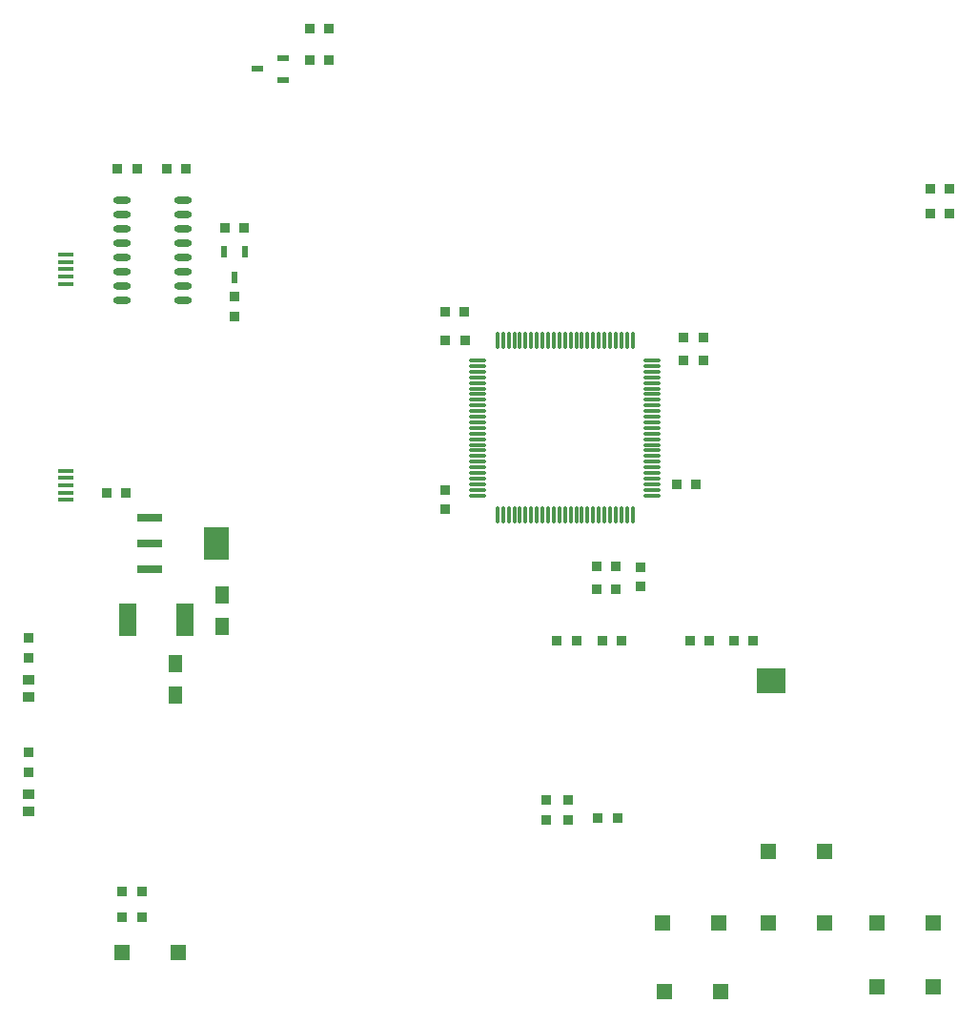
<source format=gtp>
G04*
G04 #@! TF.GenerationSoftware,Altium Limited,Altium Designer,19.0.4 (130)*
G04*
G04 Layer_Color=8421504*
%FSLAX25Y25*%
%MOIN*%
G70*
G01*
G75*
%ADD19R,0.05512X0.01575*%
%ADD20R,0.10236X0.09055*%
%ADD21R,0.03800X0.03500*%
%ADD22R,0.03500X0.03800*%
%ADD23R,0.03858X0.03661*%
%ADD24O,0.06102X0.02362*%
%ADD25R,0.02362X0.03937*%
%ADD26R,0.05512X0.05512*%
%ADD27R,0.03937X0.02362*%
%ADD28R,0.08661X0.02992*%
%ADD29R,0.08661X0.11811*%
%ADD30O,0.01181X0.06102*%
%ADD31O,0.06102X0.01181*%
%ADD32R,0.05000X0.06000*%
%ADD33R,0.05906X0.11811*%
D19*
X24473Y279618D02*
D03*
Y277059D02*
D03*
Y274500D02*
D03*
Y271941D02*
D03*
Y269382D02*
D03*
X24332Y204118D02*
D03*
Y201559D02*
D03*
Y199000D02*
D03*
Y196441D02*
D03*
Y193882D02*
D03*
D20*
X271000Y130500D02*
D03*
D21*
X247400Y242500D02*
D03*
X240500D02*
D03*
X247400Y250500D02*
D03*
X240500D02*
D03*
X217400Y82500D02*
D03*
X210500D02*
D03*
X42581Y309500D02*
D03*
X49481D02*
D03*
X80000Y289000D02*
D03*
X86900D02*
D03*
X326600Y293882D02*
D03*
X333500D02*
D03*
Y302500D02*
D03*
X326600D02*
D03*
X264900Y144500D02*
D03*
X258000D02*
D03*
X242600D02*
D03*
X249500D02*
D03*
X216900Y162776D02*
D03*
X210000D02*
D03*
X216900Y170500D02*
D03*
X210000D02*
D03*
X218900Y144500D02*
D03*
X212000D02*
D03*
X196100D02*
D03*
X203000D02*
D03*
X116500Y347740D02*
D03*
X109600D02*
D03*
X116500Y358500D02*
D03*
X109600D02*
D03*
X38600Y196441D02*
D03*
X45500D02*
D03*
X51000Y57000D02*
D03*
X44100D02*
D03*
X163900Y259500D02*
D03*
X157000D02*
D03*
X244900Y199315D02*
D03*
X238000D02*
D03*
X157100Y249500D02*
D03*
X164000D02*
D03*
X44100Y48000D02*
D03*
X51000D02*
D03*
X59681Y309500D02*
D03*
X66581D02*
D03*
D22*
X192500Y81937D02*
D03*
Y88837D02*
D03*
X200000D02*
D03*
Y81937D02*
D03*
X11500Y105500D02*
D03*
Y98600D02*
D03*
Y145600D02*
D03*
Y138700D02*
D03*
X83500Y258100D02*
D03*
Y265000D02*
D03*
X156978Y197400D02*
D03*
Y190500D02*
D03*
X225500Y163668D02*
D03*
Y170355D02*
D03*
D23*
X11500Y91000D02*
D03*
Y84937D02*
D03*
Y131000D02*
D03*
Y124937D02*
D03*
D24*
X65500Y263500D02*
D03*
Y268500D02*
D03*
Y273500D02*
D03*
Y278500D02*
D03*
Y283500D02*
D03*
Y288500D02*
D03*
Y293500D02*
D03*
Y298500D02*
D03*
X44240D02*
D03*
Y293500D02*
D03*
Y288500D02*
D03*
Y283500D02*
D03*
Y278500D02*
D03*
Y273500D02*
D03*
Y268500D02*
D03*
Y263500D02*
D03*
D25*
X87240Y280528D02*
D03*
X79760D02*
D03*
X83500Y271472D02*
D03*
D26*
X327842Y23595D02*
D03*
X308157D02*
D03*
X233658Y21905D02*
D03*
X253343D02*
D03*
X327842Y46095D02*
D03*
X308157D02*
D03*
X289843D02*
D03*
X270158D02*
D03*
X233157Y45906D02*
D03*
X252842D02*
D03*
X270158Y70906D02*
D03*
X289843D02*
D03*
X63842Y35594D02*
D03*
X44157D02*
D03*
D27*
X100528Y340760D02*
D03*
Y348240D02*
D03*
X91472Y344500D02*
D03*
D28*
X53886Y178695D02*
D03*
Y187750D02*
D03*
Y169640D02*
D03*
D29*
X77114Y178695D02*
D03*
D30*
X175378Y188488D02*
D03*
X177347D02*
D03*
X179315D02*
D03*
X181283D02*
D03*
X183252D02*
D03*
X185221D02*
D03*
X187189D02*
D03*
X189157D02*
D03*
X191126D02*
D03*
X193095D02*
D03*
X195063D02*
D03*
X197031D02*
D03*
X199000D02*
D03*
X200969D02*
D03*
X202937D02*
D03*
X204906D02*
D03*
X206874D02*
D03*
X208842D02*
D03*
X210811D02*
D03*
X212779D02*
D03*
X214748D02*
D03*
X216717D02*
D03*
X218685D02*
D03*
X220654D02*
D03*
X222622D02*
D03*
Y249512D02*
D03*
X220654D02*
D03*
X218685D02*
D03*
X216717D02*
D03*
X214748D02*
D03*
X212779D02*
D03*
X210811D02*
D03*
X208842D02*
D03*
X206874D02*
D03*
X204906D02*
D03*
X202937D02*
D03*
X200969D02*
D03*
X199000D02*
D03*
X197031D02*
D03*
X195063D02*
D03*
X193095D02*
D03*
X191126D02*
D03*
X189157D02*
D03*
X187189D02*
D03*
X185221D02*
D03*
X183252D02*
D03*
X181283D02*
D03*
X179315D02*
D03*
X177347D02*
D03*
X175378D02*
D03*
D31*
X229512Y195378D02*
D03*
Y197346D02*
D03*
Y199315D02*
D03*
Y201284D02*
D03*
Y203252D02*
D03*
Y205221D02*
D03*
Y207189D02*
D03*
Y209157D02*
D03*
Y211126D02*
D03*
Y213094D02*
D03*
Y215063D02*
D03*
Y217032D02*
D03*
Y219000D02*
D03*
Y220969D02*
D03*
Y222937D02*
D03*
Y224905D02*
D03*
Y226874D02*
D03*
Y228842D02*
D03*
Y230811D02*
D03*
Y232780D02*
D03*
Y234748D02*
D03*
Y236717D02*
D03*
Y238685D02*
D03*
Y240653D02*
D03*
Y242622D02*
D03*
X168488D02*
D03*
Y240653D02*
D03*
Y238685D02*
D03*
Y236717D02*
D03*
Y234748D02*
D03*
Y232780D02*
D03*
Y230811D02*
D03*
Y228842D02*
D03*
Y226874D02*
D03*
Y224905D02*
D03*
Y222937D02*
D03*
Y220969D02*
D03*
Y219000D02*
D03*
Y217032D02*
D03*
Y215063D02*
D03*
Y213094D02*
D03*
Y211126D02*
D03*
Y209157D02*
D03*
Y207189D02*
D03*
Y205221D02*
D03*
Y203252D02*
D03*
Y201284D02*
D03*
Y199315D02*
D03*
Y197346D02*
D03*
Y195378D02*
D03*
D32*
X79000Y160500D02*
D03*
Y149500D02*
D03*
X62691Y125500D02*
D03*
Y136500D02*
D03*
D33*
X46000Y152000D02*
D03*
X66000D02*
D03*
M02*

</source>
